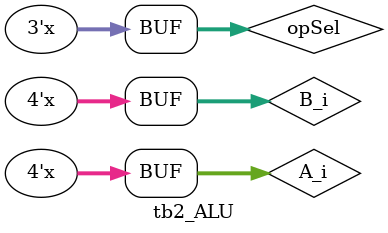
<source format=v>
`timescale 1ns / 1ps
module tb2_ALU;

	// Inputs
	reg [3:0] A_i;
	reg [3:0] B_i;
	reg [2:0] opSel;

	// Outputs
	wire [7:0] o_alu;

	// Instantiate the Unit Under Test (UUT)
	ALU uut (
		.A_i(A_i),
		.B_i(B_i),
		.opSel(opSel),

		.o_alu(o_alu)
	);

	initial begin
		// Initialize Inputs
		A_i = 0;
		B_i = 0;
		opSel = 0;
	end

	always
	begin
	#1 {opSel, B_i, A_i} <= {opSel, B_i, A_i} + 1'b1;
	end

endmodule

</source>
